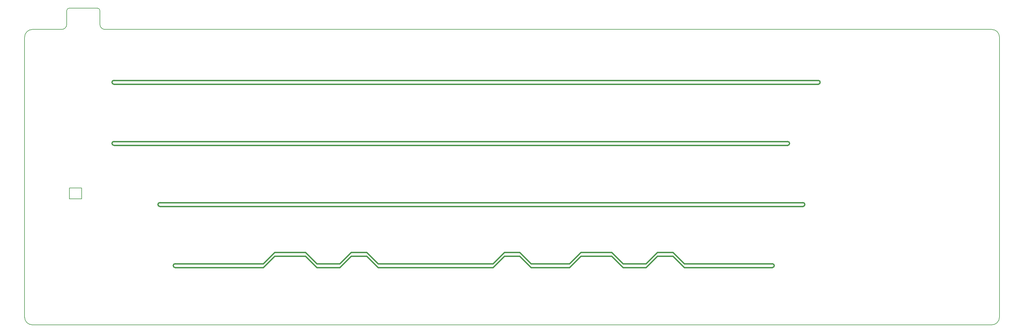
<source format=gbr>
G04 #@! TF.GenerationSoftware,KiCad,Pcbnew,(5.1.10)-1*
G04 #@! TF.CreationDate,2021-12-23T10:18:36+07:00*
G04 #@! TF.ProjectId,averange65,61766572-616e-4676-9536-352e6b696361,rev?*
G04 #@! TF.SameCoordinates,Original*
G04 #@! TF.FileFunction,Profile,NP*
%FSLAX46Y46*%
G04 Gerber Fmt 4.6, Leading zero omitted, Abs format (unit mm)*
G04 Created by KiCad (PCBNEW (5.1.10)-1) date 2021-12-23 10:18:36*
%MOMM*%
%LPD*%
G01*
G04 APERTURE LIST*
G04 #@! TA.AperFunction,Profile*
%ADD10C,0.400000*%
G04 #@! TD*
G04 #@! TA.AperFunction,Profile*
%ADD11C,0.150000*%
G04 #@! TD*
G04 APERTURE END LIST*
D10*
X158195020Y-113018020D02*
X170101320Y-113018020D01*
X149860610Y-109446130D02*
X154623130Y-109446130D01*
X146288720Y-113018020D02*
X149860610Y-109446130D01*
X154623130Y-109446130D02*
X158195020Y-113018020D01*
X158195020Y-114218020D02*
X170101320Y-114218020D01*
X146288720Y-114218020D02*
X149860610Y-110646130D01*
X149860610Y-110646130D02*
X154623130Y-110646130D01*
X154623130Y-110646130D02*
X158195020Y-114218020D01*
X91519880Y-114218020D02*
X98663520Y-114218020D01*
X91519880Y-113018020D02*
X98663520Y-113018020D01*
X98663520Y-113018020D02*
X102235410Y-109446130D01*
X102235410Y-109446130D02*
X106997930Y-109446130D01*
X106997930Y-109446130D02*
X110569820Y-113018020D01*
X98663520Y-114218020D02*
X102235410Y-110646130D01*
X102235410Y-110646130D02*
X106997930Y-110646130D01*
X106997930Y-110646130D02*
X110569820Y-114218020D01*
D11*
X643093Y-42395793D02*
G75*
G02*
X3002070Y-39998767I2381200J15877D01*
G01*
X25630341Y-39998584D02*
G75*
G02*
X24058790Y-38427036I15872J1587423D01*
G01*
X643040Y-42395793D02*
X643040Y-129676719D01*
X13740101Y-34120277D02*
G75*
G02*
X14517818Y-33342559I793592J-15874D01*
G01*
X13739864Y-38427036D02*
G75*
G02*
X12174662Y-39998508I-1587424J15875D01*
G01*
X12174662Y-39998508D02*
X3002070Y-39998767D01*
X23280834Y-33342559D02*
G75*
G02*
X24058552Y-34120276I-15874J-793592D01*
G01*
X23280834Y-33342559D02*
X14517818Y-33342559D01*
X13740101Y-34120277D02*
X13739863Y-38427036D01*
X3008420Y-132073846D02*
G75*
G02*
X643040Y-129676719I15873J2381253D01*
G01*
X24058790Y-38427036D02*
X24058552Y-34120276D01*
X303856094Y-129708468D02*
X303856094Y-42364041D01*
X301490767Y-39998716D02*
X25630341Y-39998584D01*
X301490767Y-39998716D02*
G75*
G02*
X303856094Y-42364041I-15873J-2381200D01*
G01*
X3008420Y-132073846D02*
X301490767Y-132073793D01*
X303856094Y-129708468D02*
G75*
G02*
X301490767Y-132073793I-2381200J15875D01*
G01*
D10*
X173673210Y-109446130D02*
X183198390Y-109446130D01*
X173673210Y-110646130D02*
X183198390Y-110646130D01*
X47466250Y-114218020D02*
G75*
G02*
X47466250Y-113018020I0J600000D01*
G01*
X193914060Y-113018020D02*
X197485950Y-109446130D01*
X78422950Y-109446130D02*
X87947990Y-109446130D01*
X47466250Y-113018020D02*
X74851060Y-113018020D01*
X74851060Y-113018020D02*
X78422950Y-109446130D01*
X183198390Y-109446130D02*
X186770280Y-113018020D01*
X87947990Y-109446130D02*
X91519880Y-113018020D01*
X170101320Y-113018020D02*
X173673210Y-109446130D01*
X146288720Y-113018020D02*
X110569820Y-113018020D01*
X193914060Y-113018020D02*
X186770280Y-113018020D01*
X193914060Y-114218020D02*
X197485950Y-110646130D01*
X197485950Y-110646130D02*
X202248470Y-110646130D01*
X197485950Y-109446130D02*
X202248470Y-109446130D01*
X87947990Y-110646130D02*
X91519880Y-114218020D01*
X202248470Y-109446130D02*
X205820360Y-113018020D01*
X202248470Y-110646130D02*
X205820360Y-114218020D01*
X170101320Y-114218020D02*
X173673210Y-110646130D01*
X146288720Y-114218020D02*
X110569820Y-114218020D01*
X233204326Y-113017680D02*
X205820360Y-113018020D01*
X233204326Y-113017680D02*
G75*
G02*
X233204326Y-114217680I0J-600000D01*
G01*
X193914060Y-114218020D02*
X186770280Y-114218020D01*
X233204326Y-114217680D02*
X205820360Y-114218020D01*
X242729374Y-93967596D02*
X42704210Y-93967608D01*
X42704210Y-95167608D02*
G75*
G02*
X42704210Y-93967608I0J600000D01*
G01*
X242729374Y-93967596D02*
G75*
G02*
X242729374Y-95167596I0J-600000D01*
G01*
X242729374Y-95167596D02*
X42704210Y-95167608D01*
X237966494Y-74917512D02*
G75*
G02*
X237966494Y-76117512I0J-600000D01*
G01*
X237966494Y-74917512D02*
X28416330Y-74917524D01*
X237966494Y-76117512D02*
X28416330Y-76117524D01*
X28416330Y-76117524D02*
G75*
G02*
X28416330Y-74917524I0J600000D01*
G01*
X247491434Y-55867500D02*
G75*
G02*
X247491434Y-57067500I0J-600000D01*
G01*
X247491434Y-57067500D02*
X28416270Y-57067512D01*
X247491434Y-55867500D02*
X28416270Y-55867512D01*
X28416270Y-57067512D02*
G75*
G02*
X28416270Y-55867512I0J600000D01*
G01*
X183198390Y-110646130D02*
X186770280Y-114218020D01*
X47466250Y-114218020D02*
X74851060Y-114218020D01*
X78422950Y-110646130D02*
X87947990Y-110646130D01*
X74851060Y-114218020D02*
X78422950Y-110646130D01*
D11*
X18410030Y-89422608D02*
X18410030Y-92822608D01*
X14610030Y-92822608D02*
X18410030Y-92822608D01*
X14610030Y-89422608D02*
X14610030Y-92822608D01*
X14610030Y-89422608D02*
X18410030Y-89422608D01*
M02*

</source>
